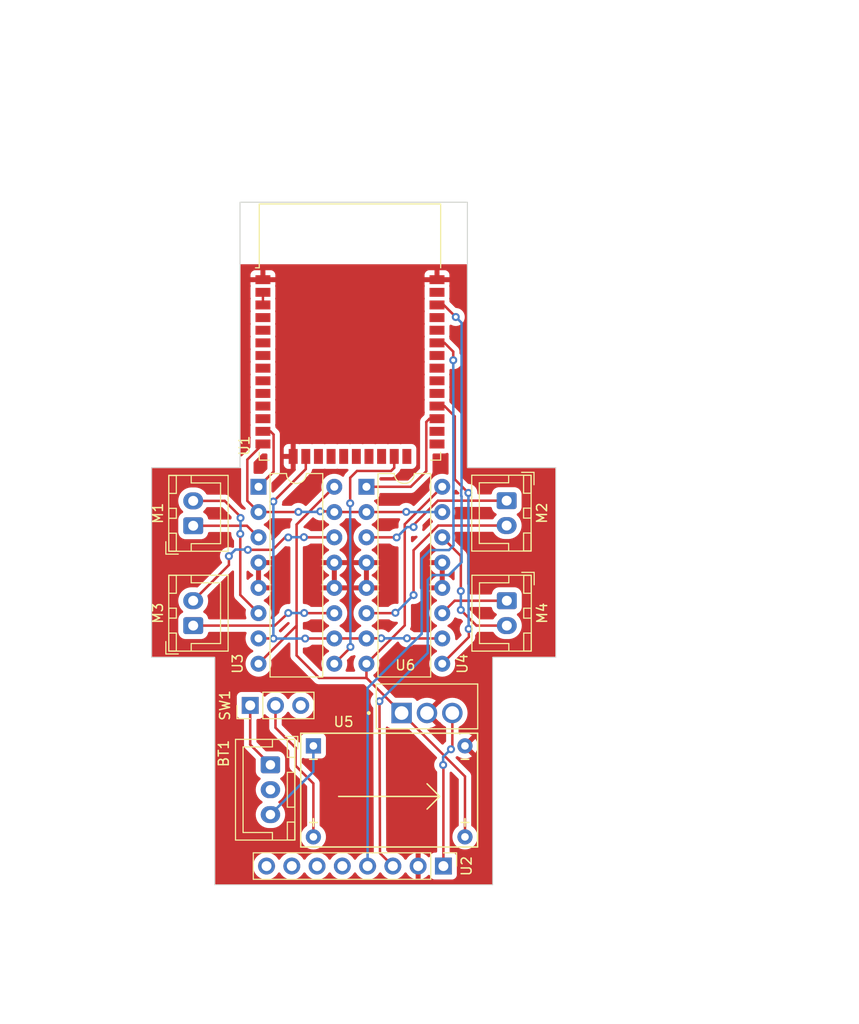
<source format=kicad_pcb>
(kicad_pcb (version 20221018) (generator pcbnew)
  (layers (0 "F.Cu" signal) (31 "B.Cu" signal) (34 "B.Paste" user) (35 "F.Paste" user) (36 "B.SilkS" user "B.Silkscreen") (37 "F.SilkS" user "F.Silkscreen") (38 "B.Mask" user) (39 "F.Mask" user) (44 "Edge.Cuts" user))
  (net 0 "")
  (net 1 "GND")
  (net 2 "+3V3")
  (net 12 "Net-(BT1-+)")
  (net 13 "Net-(M1-+)")
  (net 14 "Net-(M1--)")
  (net 21 "Net-(M2-+)")
  (net 25 "Net-(M2--)")
  (net 26 "Net-(M3-+)")
  (net 31 "Net-(M3--)")
  (net 34 "Net-(M4-+)")
  (net 36 "Net-(M4--)")
  (net 37 "EN1")
  (net 38 "+5V")
  (net 39 "M_HIGH")
  (net 40 "M_LOW")
  (net 41 "EN3")
  (net 42 "EN2")
  (net 43 "EN4")
  (net 44 "SDA")
  (net 45 "SCL")
  (net 50 "+3.3V")
  (net 51 "Net-(BT1--)")
  (net 52 "Net-(SW1-B)")
  (footprint "Connector_JST:JST_XH_B2B-XH-A_1x02_P2.50mm_Vertical" (layer "F.Cu") (at 158.904 104.81 -90)
    (fp_text reference "M4" (at 1.25 -3.55 90) (layer "F.SilkS"))
    (fp_text value "3-5V" hide)
    (fp_line (start -2.85 -2.75) (end -2.85 -1.5) (stroke (width 0.12)) (layer "F.SilkS"))
    (fp_line (start -2.56 -2.46) (end -2.56 3.51) (stroke (width 0.12)) (layer "F.SilkS"))
    (fp_line (start -2.56 3.51) (end 5.06 3.51) (stroke (width 0.12)) (layer "F.SilkS"))
    (fp_line (start -2.55 -2.45) (end -2.55 -1.7) (stroke (width 0.12)) (layer "F.SilkS"))
    (fp_line (start -2.55 -1.7) (end -0.75 -1.7) (stroke (width 0.12)) (layer "F.SilkS"))
    (fp_line (start -2.55 -0.2) (end -1.8 -0.2) (stroke (width 0.12)) (layer "F.SilkS"))
    (fp_line (start -1.8 -0.2) (end -1.8 2.75) (stroke (width 0.12)) (layer "F.SilkS"))
    (fp_line (start -1.8 2.75) (end 1.25 2.75) (stroke (width 0.12)) (layer "F.SilkS"))
    (fp_line (start -1.6 -2.75) (end -2.85 -2.75) (stroke (width 0.12)) (layer "F.SilkS"))
    (fp_line (start -0.75 -2.45) (end -2.55 -2.45) (stroke (width 0.12)) (layer "F.SilkS"))
    (fp_line (start -0.75 -1.7) (end -0.75 -2.45) (stroke (width 0.12)) (layer "F.SilkS"))
    (fp_line (start 0.75 -2.45) (end 0.75 -1.7) (stroke (width 0.12)) (layer "F.SilkS"))
    (fp_line (start 0.75 -1.7) (end 1.75 -1.7) (stroke (width 0.12)) (layer "F.SilkS"))
    (fp_line (start 1.75 -2.45) (end 0.75 -2.45) (stroke (width 0.12)) (layer "F.SilkS"))
    (fp_line (start 1.75 -1.7) (end 1.75 -2.45) (stroke (width 0.12)) (layer "F.SilkS"))
    (fp_line (start 3.25 -2.45) (end 3.25 -1.7) (stroke (width 0.12)) (layer "F.SilkS"))
    (fp_line (start 3.25 -1.7) (end 5.05 -1.7) (stroke (width 0.12)) (layer "F.SilkS"))
    (fp_line (start 4.3 -0.2) (end 4.3 2.75) (stroke (width 0.12)) (layer "F.SilkS"))
    (fp_line (start 4.3 2.75) (end 1.25 2.75) (stroke (width 0.12)) (layer "F.SilkS"))
    (fp_line (start 5.05 -2.45) (end 3.25 -2.45) (stroke (width 0.12)) (layer "F.SilkS"))
    (fp_line (start 5.05 -1.7) (end 5.05 -2.45) (stroke (width 0.12)) (layer "F.SilkS"))
    (fp_line (start 5.05 -0.2) (end 4.3 -0.2) (stroke (width 0.12)) (layer "F.SilkS"))
    (fp_line (start 5.06 -2.46) (end -2.56 -2.46) (stroke (width 0.12)) (layer "F.SilkS"))
    (fp_line (start 5.06 3.51) (end 5.06 -2.46) (stroke (width 0.12)) (layer "F.SilkS"))
    (pad "1" thru_hole roundrect (at 0 0 270) (size 1.7 2) (drill 1) (layers "*.Cu" "*.Mask") (roundrect_rratio 0.1470588235) (net 34 "Net-(M4-+)"))
    (pad "2" thru_hole oval (at 2.5 0 270) (size 1.7 2) (drill 1) (layers "*.Cu" "*.Mask") (net 36 "Net-(M4--)"))
  )
  (footprint "Transformer_THT:TO255P1020X450X2000-3" (layer "F.Cu") (at 150.876 115.4305)
    (fp_text reference "U6" (at -2.175 -4.135) (layer "F.SilkS"))
    (fp_text value "L7805")
    (fp_line (start -5.1 -2.25) (end 5.1 -2.25) (stroke (width 0.127)) (layer "F.SilkS"))
    (fp_line (start -5.1 2.25) (end -5.1 -2.25) (stroke (width 0.127)) (layer "F.SilkS"))
    (fp_line (start 5.1 -2.25) (end 5.1 2.25) (stroke (width 0.127)) (layer "F.SilkS"))
    (fp_line (start 5.1 2.25) (end -5.1 2.25) (stroke (width 0.127)) (layer "F.SilkS"))
    (fp_circle (center -5.85 0.6625) (end -5.75 0.6625) (stroke (width 0.2)) (fill none) (layer "F.SilkS"))
    (pad "1" thru_hole rect (at -2.55 0.6625) (size 2.055 2.055) (drill 1.37) (layers "*.Cu" "*.Mask") (net 38 "+5V"))
    (pad "2" thru_hole circle (at 0 0.6625) (size 2.055 2.055) (drill 1.37) (layers "*.Cu" "*.Mask") (net 1 "GND"))
    (pad "3" thru_hole circle (at 2.55 0.6625) (size 2.055 2.055) (drill 1.37) (layers "*.Cu" "*.Mask") (net 50 "+3.3V"))
  )
  (footprint "Package_DIP:DIP-16_W7.62mm" (layer "F.Cu") (at 144.79 93.36)
    (fp_text reference "U4" (at 9.652 17.78 90) (layer "F.SilkS"))
    (fp_text value "L293D")
    (fp_line (start 1.16 -1.33) (end 1.16 19.11) (stroke (width 0.12)) (layer "F.SilkS"))
    (fp_line (start 1.16 19.11) (end 6.46 19.11) (stroke (width 0.12)) (layer "F.SilkS"))
    (fp_line (start 2.81 -1.33) (end 1.16 -1.33) (stroke (width 0.12)) (layer "F.SilkS"))
    (fp_line (start 6.46 -1.33) (end 4.81 -1.33) (stroke (width 0.12)) (layer "F.SilkS"))
    (fp_line (start 6.46 19.11) (end 6.46 -1.33) (stroke (width 0.12)) (layer "F.SilkS"))
    (fp_arc (start 4.81 -1.33) (mid 3.81 -0.33) (end 2.81 -1.33) (stroke (width 0.12)) (layer "F.SilkS"))
    (pad "1" thru_hole rect (at 0 0) (size 1.6 1.6) (drill 0.8) (layers "*.Cu" "*.Mask") (net 42 "EN2"))
    (pad "2" thru_hole oval (at 0 2.54) (size 1.6 1.6) (drill 0.8) (layers "*.Cu" "*.Mask") (net 39 "M_HIGH"))
    (pad "3" thru_hole oval (at 0 5.08) (size 1.6 1.6) (drill 0.8) (layers "*.Cu" "*.Mask") (net 21 "Net-(M2-+)"))
    (pad "4" thru_hole oval (at 0 7.62) (size 1.6 1.6) (drill 0.8) (layers "*.Cu" "*.Mask") (net 1 "GND"))
    (pad "5" thru_hole oval (at 0 10.16) (size 1.6 1.6) (drill 0.8) (layers "*.Cu" "*.Mask") (net 1 "GND"))
    (pad "6" thru_hole oval (at 0 12.7) (size 1.6 1.6) (drill 0.8) (layers "*.Cu" "*.Mask") (net 25 "Net-(M2--)"))
    (pad "7" thru_hole oval (at 0 15.24) (size 1.6 1.6) (drill 0.8) (layers "*.Cu" "*.Mask") (net 40 "M_LOW"))
    (pad "8" thru_hole oval (at 0 17.78) (size 1.6 1.6) (drill 0.8) (layers "*.Cu" "*.Mask") (net 38 "+5V"))
    (pad "9" thru_hole oval (at 7.62 17.78) (size 1.6 1.6) (drill 0.8) (layers "*.Cu" "*.Mask") (net 43 "EN4"))
    (pad "10" thru_hole oval (at 7.62 15.24) (size 1.6 1.6) (drill 0.8) (layers "*.Cu" "*.Mask") (net 40 "M_LOW"))
    (pad "11" thru_hole oval (at 7.62 12.7) (size 1.6 1.6) (drill 0.8) (layers "*.Cu" "*.Mask") (net 34 "Net-(M4-+)"))
    (pad "12" thru_hole oval (at 7.62 10.16) (size 1.6 1.6) (drill 0.8) (layers "*.Cu" "*.Mask") (net 1 "GND"))
    (pad "13" thru_hole oval (at 7.62 7.62) (size 1.6 1.6) (drill 0.8) (layers "*.Cu" "*.Mask") (net 1 "GND"))
    (pad "14" thru_hole oval (at 7.62 5.08) (size 1.6 1.6) (drill 0.8) (layers "*.Cu" "*.Mask") (net 36 "Net-(M4--)"))
    (pad "15" thru_hole oval (at 7.62 2.54) (size 1.6 1.6) (drill 0.8) (layers "*.Cu" "*.Mask") (net 39 "M_HIGH"))
    (pad "16" thru_hole oval (at 7.62 0) (size 1.6 1.6) (drill 0.8) (layers "*.Cu" "*.Mask") (net 38 "+5V"))
  )
  (footprint "Connector_JST:JST_XH_B2B-XH-A_1x02_P2.50mm_Vertical" (layer "F.Cu") (at 158.887 94.757 -90)
    (fp_text reference "M2" (at 1.25 -3.55 90) (layer "F.SilkS"))
    (fp_text value "3-5V" hide)
    (fp_line (start -2.85 -2.75) (end -2.85 -1.5) (stroke (width 0.12)) (layer "F.SilkS"))
    (fp_line (start -2.56 -2.46) (end -2.56 3.51) (stroke (width 0.12)) (layer "F.SilkS"))
    (fp_line (start -2.56 3.51) (end 5.06 3.51) (stroke (width 0.12)) (layer "F.SilkS"))
    (fp_line (start -2.55 -2.45) (end -2.55 -1.7) (stroke (width 0.12)) (layer "F.SilkS"))
    (fp_line (start -2.55 -1.7) (end -0.75 -1.7) (stroke (width 0.12)) (layer "F.SilkS"))
    (fp_line (start -2.55 -0.2) (end -1.8 -0.2) (stroke (width 0.12)) (layer "F.SilkS"))
    (fp_line (start -1.8 -0.2) (end -1.8 2.75) (stroke (width 0.12)) (layer "F.SilkS"))
    (fp_line (start -1.8 2.75) (end 1.25 2.75) (stroke (width 0.12)) (layer "F.SilkS"))
    (fp_line (start -1.6 -2.75) (end -2.85 -2.75) (stroke (width 0.12)) (layer "F.SilkS"))
    (fp_line (start -0.75 -2.45) (end -2.55 -2.45) (stroke (width 0.12)) (layer "F.SilkS"))
    (fp_line (start -0.75 -1.7) (end -0.75 -2.45) (stroke (width 0.12)) (layer "F.SilkS"))
    (fp_line (start 0.75 -2.45) (end 0.75 -1.7) (stroke (width 0.12)) (layer "F.SilkS"))
    (fp_line (start 0.75 -1.7) (end 1.75 -1.7) (stroke (width 0.12)) (layer "F.SilkS"))
    (fp_line (start 1.75 -2.45) (end 0.75 -2.45) (stroke (width 0.12)) (layer "F.SilkS"))
    (fp_line (start 1.75 -1.7) (end 1.75 -2.45) (stroke (width 0.12)) (layer "F.SilkS"))
    (fp_line (start 3.25 -2.45) (end 3.25 -1.7) (stroke (width 0.12)) (layer "F.SilkS"))
    (fp_line (start 3.25 -1.7) (end 5.05 -1.7) (stroke (width 0.12)) (layer "F.SilkS"))
    (fp_line (start 4.3 -0.2) (end 4.3 2.75) (stroke (width 0.12)) (layer "F.SilkS"))
    (fp_line (start 4.3 2.75) (end 1.25 2.75) (stroke (width 0.12)) (layer "F.SilkS"))
    (fp_line (start 5.05 -2.45) (end 3.25 -2.45) (stroke (width 0.12)) (layer "F.SilkS"))
    (fp_line (start 5.05 -1.7) (end 5.05 -2.45) (stroke (width 0.12)) (layer "F.SilkS"))
    (fp_line (start 5.05 -0.2) (end 4.3 -0.2) (stroke (width 0.12)) (layer "F.SilkS"))
    (fp_line (start 5.06 -2.46) (end -2.56 -2.46) (stroke (width 0.12)) (layer "F.SilkS"))
    (fp_line (start 5.06 3.51) (end 5.06 -2.46) (stroke (width 0.12)) (layer "F.SilkS"))
    (pad "1" thru_hole roundrect (at 0 0 270) (size 1.7 2) (drill 1) (layers "*.Cu" "*.Mask") (roundrect_rratio 0.1470588235) (net 21 "Net-(M2-+)"))
    (pad "2" thru_hole oval (at 2.5 0 270) (size 1.7 2) (drill 1) (layers "*.Cu" "*.Mask") (net 25 "Net-(M2--)"))
  )
  (footprint "Connector_JST:JST_XH_B2B-XH-A_1x02_P2.50mm_Vertical" (layer "F.Cu") (at 127.374 107.31 90)
    (fp_text reference "M3" (at 1.25 -3.55 90) (layer "F.SilkS"))
    (fp_text value "3-5V" hide)
    (fp_line (start -2.85 -2.75) (end -2.85 -1.5) (stroke (width 0.12)) (layer "F.SilkS"))
    (fp_line (start -2.56 -2.46) (end -2.56 3.51) (stroke (width 0.12)) (layer "F.SilkS"))
    (fp_line (start -2.56 3.51) (end 5.06 3.51) (stroke (width 0.12)) (layer "F.SilkS"))
    (fp_line (start -2.55 -2.45) (end -2.55 -1.7) (stroke (width 0.12)) (layer "F.SilkS"))
    (fp_line (start -2.55 -1.7) (end -0.75 -1.7) (stroke (width 0.12)) (layer "F.SilkS"))
    (fp_line (start -2.55 -0.2) (end -1.8 -0.2) (stroke (width 0.12)) (layer "F.SilkS"))
    (fp_line (start -1.8 -0.2) (end -1.8 2.75) (stroke (width 0.12)) (layer "F.SilkS"))
    (fp_line (start -1.8 2.75) (end 1.25 2.75) (stroke (width 0.12)) (layer "F.SilkS"))
    (fp_line (start -1.6 -2.75) (end -2.85 -2.75) (stroke (width 0.12)) (layer "F.SilkS"))
    (fp_line (start -0.75 -2.45) (end -2.55 -2.45) (stroke (width 0.12)) (layer "F.SilkS"))
    (fp_line (start -0.75 -1.7) (end -0.75 -2.45) (stroke (width 0.12)) (layer "F.SilkS"))
    (fp_line (start 0.75 -2.45) (end 0.75 -1.7) (stroke (width 0.12)) (layer "F.SilkS"))
    (fp_line (start 0.75 -1.7) (end 1.75 -1.7) (stroke (width 0.12)) (layer "F.SilkS"))
    (fp_line (start 1.75 -2.45) (end 0.75 -2.45) (stroke (width 0.12)) (layer "F.SilkS"))
    (fp_line (start 1.75 -1.7) (end 1.75 -2.45) (stroke (width 0.12)) (layer "F.SilkS"))
    (fp_line (start 3.25 -2.45) (end 3.25 -1.7) (stroke (width 0.12)) (layer "F.SilkS"))
    (fp_line (start 3.25 -1.7) (end 5.05 -1.7) (stroke (width 0.12)) (layer "F.SilkS"))
    (fp_line (start 4.3 -0.2) (end 4.3 2.75) (stroke (width 0.12)) (layer "F.SilkS"))
    (fp_line (start 4.3 2.75) (end 1.25 2.75) (stroke (width 0.12)) (layer "F.SilkS"))
    (fp_line (start 5.05 -2.45) (end 3.25 -2.45) (stroke (width 0.12)) (layer "F.SilkS"))
    (fp_line (start 5.05 -1.7) (end 5.05 -2.45) (stroke (width 0.12)) (layer "F.SilkS"))
    (fp_line (start 5.05 -0.2) (end 4.3 -0.2) (stroke (width 0.12)) (layer "F.SilkS"))
    (fp_line (start 5.06 -2.46) (end -2.56 -2.46) (stroke (width 0.12)) (layer "F.SilkS"))
    (fp_line (start 5.06 3.51) (end 5.06 -2.46) (stroke (width 0.12)) (layer "F.SilkS"))
    (pad "1" thru_hole roundrect (at 0 0 90) (size 1.7 2) (drill 1) (layers "*.Cu" "*.Mask") (roundrect_rratio 0.1470588235) (net 26 "Net-(M3-+)"))
    (pad "2" thru_hole oval (at 2.5 0 90) (size 1.7 2) (drill 1) (layers "*.Cu" "*.Mask") (net 31 "Net-(M3--)"))
  )
  (footprint "Connector_JST:JST_XH_B3B-XH-A_1x03_P2.50mm_Vertical" (layer "F.Cu") (at 135.138 121.3 -90)
    (fp_text reference "BT1" (at -1.143 4.699 90) (layer "F.SilkS"))
    (fp_text value "7.4V")
    (fp_line (start -2.85 -2.75) (end -2.85 -1.5) (stroke (width 0.12)) (layer "F.SilkS"))
    (fp_line (start -2.56 -2.46) (end -2.56 3.51) (stroke (width 0.12)) (layer "F.SilkS"))
    (fp_line (start -2.56 3.51) (end 7.56 3.51) (stroke (width 0.12)) (layer "F.SilkS"))
    (fp_line (start -2.55 -2.45) (end -2.55 -1.7) (stroke (width 0.12)) (layer "F.SilkS"))
    (fp_line (start -2.55 -1.7) (end -0.75 -1.7) (stroke (width 0.12)) (layer "F.SilkS"))
    (fp_line (start -2.55 -0.2) (end -1.8 -0.2) (stroke (width 0.12)) (layer "F.SilkS"))
    (fp_line (start -1.8 -0.2) (end -1.8 2.75) (stroke (width 0.12)) (layer "F.SilkS"))
    (fp_line (start -1.8 2.75) (end 2.5 2.75) (stroke (width 0.12)) (layer "F.SilkS"))
    (fp_line (start -1.6 -2.75) (end -2.85 -2.75) (stroke (width 0.12)) (layer "F.SilkS"))
    (fp_line (start -0.75 -2.45) (end -2.55 -2.45) (stroke (width 0.12)) (layer "F.SilkS"))
    (fp_line (start -0.75 -1.7) (end -0.75 -2.45) (stroke (width 0.12)) (layer "F.SilkS"))
    (fp_line (start 0.75 -2.45) (end 0.75 -1.7) (stroke (width 0.12)) (layer "F.SilkS"))
    (fp_line (start 0.75 -1.7) (end 4.25 -1.7) (stroke (width 0.12)) (layer "F.SilkS"))
    (fp_line (start 4.25 -2.45) (end 0.75 -2.45) (stroke (width 0.12)) (layer "F.SilkS"))
    (fp_line (start 4.25 -1.7) (end 4.25 -2.45) (stroke (width 0.12)) (layer "F.SilkS"))
    (fp_line (start 5.75 -2.45) (end 5.75 -1.7) (stroke (width 0.12)) (layer "F.SilkS"))
    (fp_line (start 5.75 -1.7) (end 7.55 -1.7) (stroke (width 0.12)) (layer "F.SilkS"))
    (fp_line (start 6.8 -0.2) (end 6.8 2.75) (stroke (width 0.12)) (layer "F.SilkS"))
    (fp_line (start 6.8 2.75) (end 2.5 2.75) (stroke (width 0.12)) (layer "F.SilkS"))
    (fp_line (start 7.55 -2.45) (end 5.75 -2.45) (stroke (width 0.12)) (layer "F.SilkS"))
    (fp_line (start 7.55 -1.7) (end 7.55 -2.45) (stroke (width 0.12)) (layer "F.SilkS"))
    (fp_line (start 7.55 -0.2) (end 6.8 -0.2) (stroke (width 0.12)) (layer "F.SilkS"))
    (fp_line (start 7.56 -2.46) (end -2.56 -2.46) (stroke (width 0.12)) (layer "F.SilkS"))
    (fp_line (start 7.56 3.51) (end 7.56 -2.46) (stroke (width 0.12)) (layer "F.SilkS"))
    (pad "1" thru_hole roundrect (at 0 0 270) (size 1.7 1.95) (drill 0.95) (layers "*.Cu" "*.Mask") (roundrect_rratio 0.1470588235) (net 12 "Net-(BT1-+)"))
    (pad "2" thru_hole oval (at 2.5 0 270) (size 1.7 1.95) (drill 0.95) (layers "*.Cu" "*.Mask"))
    (pad "3" thru_hole oval (at 5 0 270) (size 1.7 1.95) (drill 0.95) (layers "*.Cu" "*.Mask") (net 51 "Net-(BT1--)"))
  )
  (footprint "Charles:Mini360_Module" (layer "F.Cu") (at 139.456 119.395)
    (fp_text reference "U5" (at 3.038 -2.413) (layer "F.SilkS"))
    (fp_text value "Mini360_Module")
    (fp_text user "-" (at 0 1.27) (layer "F.SilkS"))
    (fp_text user "-" (at 15.24 1.27) (layer "F.SilkS"))
    (fp_text user "+" (at 0 7.62) (layer "F.SilkS"))
    (fp_text user "+" (at 15.24 7.62) (layer "F.SilkS"))
    (fp_line (start -1.27 -1.27) (end -1.27 10.16) (stroke (width 0.15)) (layer "F.SilkS"))
    (fp_line (start -1.27 10.16) (end 16.51 10.16) (stroke (width 0.15)) (layer "F.SilkS"))
    (fp_line (start 2.54 5.08) (end 12.7 5.08) (stroke (width 0.15)) (layer "F.SilkS"))
    (fp_line (start 11.43 3.81) (end 12.7 5.08) (stroke (width 0.15)) (layer "F.SilkS"))
    (fp_line (start 12.7 5.08) (end 11.43 6.35) (stroke (width 0.15)) (layer "F.SilkS"))
    (fp_line (start 16.51 -1.27) (end -1.27 -1.27) (stroke (width 0.15)) (layer "F.SilkS"))
    (fp_line (start 16.51 10.16) (end 16.51 -1.27) (stroke (width 0.15)) (layer "F.SilkS"))
    (pad "1" thru_hole circle (at 0 9.144) (size 1.524 1.524) (drill 0.762) (layers "*.Cu" "*.Mask") (net 52 "Net-(SW1-B)"))
    (pad "2" thru_hole rect (at 0 0) (size 1.524 1.524) (drill 0.762) (layers "*.Cu" "*.Mask") (net 51 "Net-(BT1--)"))
    (pad "3" thru_hole circle (at 15.24 9.144) (size 1.524 1.524) (drill 0.762) (layers "*.Cu" "*.Mask") (net 38 "+5V"))
    (pad "4" thru_hole circle (at 15.24 0) (size 1.524 1.524) (drill 0.762) (layers "*.Cu" "*.Mask") (net 1 "GND"))
  )
  (footprint "Package_DIP:DIP-16_W7.62mm" (layer "F.Cu") (at 133.94 93.36)
    (fp_text reference "U3" (at -2.104 17.78 90) (layer "F.SilkS"))
    (fp_text value "L293D")
    (fp_line (start 1.16 -1.33) (end 1.16 19.11) (stroke (width 0.12)) (layer "F.SilkS"))
    (fp_line (start 1.16 19.11) (end 6.46 19.11) (stroke (width 0.12)) (layer "F.SilkS"))
    (fp_line (start 2.81 -1.33) (end 1.16 -1.33) (stroke (width 0.12)) (layer "F.SilkS"))
    (fp_line (start 6.46 -1.33) (end 4.81 -1.33) (stroke (width 0.12)) (layer "F.SilkS"))
    (fp_line (start 6.46 19.11) (end 6.46 -1.33) (stroke (width 0.12)) (layer "F.SilkS"))
    (fp_arc (start 4.81 -1.33) (mid 3.81 -0.33) (end 2.81 -1.33) (stroke (width 0.12)) (layer "F.SilkS"))
    (pad "1" thru_hole rect (at 0 0) (size 1.6 1.6) (drill 0.8) (layers "*.Cu" "*.Mask") (net 37 "EN1"))
    (pad "2" thru_hole oval (at 0 2.54) (size 1.6 1.6) (drill 0.8) (layers "*.Cu" "*.Mask") (net 39 "M_HIGH"))
    (pad "3" thru_hole oval (at 0 5.08) (size 1.6 1.6) (drill 0.8) (layers "*.Cu" "*.Mask") (net 13 "Net-(M1-+)"))
    (pad "4" thru_hole oval (at 0 7.62) (size 1.6 1.6) (drill 0.8) (layers "*.Cu" "*.Mask") (net 1 "GND"))
    (pad "5" thru_hole oval (at 0 10.16) (size 1.6 1.6) (drill 0.8) (layers "*.Cu" "*.Mask") (net 1 "GND"))
    (pad "6" thru_hole oval (at 0 12.7) (size 1.6 1.6) (drill 0.8) (layers "*.Cu" "*.Mask") (net 14 "Net-(M1--)"))
    (pad "7" thru_hole oval (at 0 15.24) (size 1.6 1.6) (drill 0.8) (layers "*.Cu" "*.Mask") (net 40 "M_LOW"))
    (pad "8" thru_hole oval (at 0 17.78) (size 1.6 1.6) (drill 0.8) (layers "*.Cu" "*.Mask") (net 38 "+5V"))
    (pad "9" thru_hole oval (at 7.62 17.78) (size 1.6 1.6) (drill 0.8) (layers "*.Cu" "*.Mask") (net 41 "EN3"))
    (pad "10" thru_hole oval (at 7.62 15.24) (size 1.6 1.6) (drill 0.8) (layers "*.Cu" "*.Mask") (net 40 "M_LOW"))
    (pad "11" thru_hole oval (at 7.62 12.7) (size 1.6 1.6) (drill 0.8) (layers "*.Cu" "*.Mask") (net 26 "Net-(M3-+)"))
    (pad "12" thru_hole oval (at 7.62 10.16) (size 1.6 1.6) (drill 0.8) (layers "*.Cu" "*.Mask") (net 1 "GND"))
    (pad "13" thru_hole oval (at 7.62 7.62) (size 1.6 1.6) (drill 0.8) (layers "*.Cu" "*.Mask") (net 1 "GND"))
    (pad "14" thru_hole oval (at 7.62 5.08) (size 1.6 1.6) (drill 0.8) (layers "*.Cu" "*.Mask") (net 31 "Net-(M3--)"))
    (pad "15" thru_hole oval (at 7.62 2.54) (size 1.6 1.6) (drill 0.8) (layers "*.Cu" "*.Mask") (net 39 "M_HIGH"))
    (pad "16" thru_hole oval (at 7.62 0) (size 1.6 1.6) (drill 0.8) (layers "*.Cu" "*.Mask") (net 38 "+5V"))
  )
  (footprint "Connector_JST:JST_XH_B2B-XH-A_1x02_P2.50mm_Vertical" (layer "F.Cu") (at 127.374 97.277 90)
    (fp_text reference "M1" (at 1.25 -3.55 90) (layer "F.SilkS"))
    (fp_text value "3-5V" hide)
    (fp_line (start -2.85 -2.75) (end -2.85 -1.5) (stroke (width 0.12)) (layer "F.SilkS"))
    (fp_line (start -2.56 -2.46) (end -2.56 3.51) (stroke (width 0.12)) (layer "F.SilkS"))
    (fp_line (start -2.56 3.51) (end 5.06 3.51) (stroke (width 0.12)) (layer "F.SilkS"))
    (fp_line (start -2.55 -2.45) (end -2.55 -1.7) (stroke (width 0.12)) (layer "F.SilkS"))
    (fp_line (start -2.55 -1.7) (end -0.75 -1.7) (stroke (width 0.12)) (layer "F.SilkS"))
    (fp_line (start -2.55 -0.2) (end -1.8 -0.2) (stroke (width 0.12)) (layer "F.SilkS"))
    (fp_line (start -1.8 -0.2) (end -1.8 2.75) (stroke (width 0.12)) (layer "F.SilkS"))
    (fp_line (start -1.8 2.75) (end 1.25 2.75) (stroke (width 0.12)) (layer "F.SilkS"))
    (fp_line (start -1.6 -2.75) (end -2.85 -2.75) (stroke (width 0.12)) (layer "F.SilkS"))
    (fp_line (start -0.75 -2.45) (end -2.55 -2.45) (stroke (width 0.12)) (layer "F.SilkS"))
    (fp_line (start -0.75 -1.7) (end -0.75 -2.45) (stroke (width 0.12)) (layer "F.SilkS"))
    (fp_line (start 0.75 -2.45) (end 0.75 -1.7) (stroke (width 0.12)) (layer "F.SilkS"))
    (fp_line (start 0.75 -1.7) (end 1.75 -1.7) (stroke (width 0.12)) (layer "F.SilkS"))
    (fp_line (start 1.75 -2.45) (end 0.75 -2.45) (stroke (width 0.12)) (layer "F.SilkS"))
    (fp_line (start 1.75 -1.7) (end 1.75 -2.45) (stroke (width 0.12)) (layer "F.SilkS"))
    (fp_line (start 3.25 -2.45) (end 3.25 -1.7) (stroke (width 0.12)) (layer "F.SilkS"))
    (fp_line (start 3.25 -1.7) (end 5.05 -1.7) (stroke (width 0.12)) (layer "F.SilkS"))
    (fp_line (start 4.3 -0.2) (end 4.3 2.75) (stroke (width 0.12)) (layer "F.SilkS"))
    (fp_line (start 4.3 2.75) (end 1.25 2.75) (stroke (width 0.12)) (layer "F.SilkS"))
    (fp_line (start 5.05 -2.45) (end 3.25 -2.45) (stroke (width 0.12)) (layer "F.SilkS"))
    (fp_line (start 5.05 -1.7) (end 5.05 -2.45) (stroke (width 0.12)) (layer "F.SilkS"))
    (fp_line (start 5.05 -0.2) (end 4.3 -0.2) (stroke (width 0.12)) (layer "F.SilkS"))
    (fp_line (start 5.06 -2.46) (end -2.56 -2.46) (stroke (width 0.12)) (layer "F.SilkS"))
    (fp_line (start 5.06 3.51) (end 5.06 -2.46) (stroke (width 0.12)) (layer "F.SilkS"))
    (pad "1" thru_hole roundrect (at 0 0 90) (size 1.7 2) (drill 1) (layers "*.Cu" "*.Mask") (roundrect_rratio 0.1470588235) (net 13 "Net-(M1-+)"))
    (pad "2" thru_hole oval (at 2.5 0 90) (size 1.7 2) (drill 1) (layers "*.Cu" "*.Mask") (net 14 "Net-(M1--)"))
  )
  (footprint "RF_Module:ESP32-WROOM-32" (layer "F.Cu") (at 143.134 80.802)
    (fp_text reference "U1" (at -10.61 8.43 90) (layer "F.SilkS"))
    (fp_text value "ESP32-WROOM-32")
    (fp_line (start -9.12 -15.86) (end -9.12 -9.445) (stroke (width 0.12)) (layer "F.SilkS"))
    (fp_line (start -9.12 -15.86) (end 9.12 -15.86) (stroke (width 0.12)) (layer "F.SilkS"))
    (fp_line (start -9.12 -9.445) (end -9.5 -9.445) (stroke (width 0.12)) (layer "F.SilkS"))
    (fp_line (start -9.12 9.1) (end -9.12 9.88) (stroke (width 0.12)) (layer "F.SilkS"))
    (fp_line (start -9.12 9.88) (end -8.12 9.88) (stroke (width 0.12)) (layer "F.SilkS"))
    (fp_line (start 9.12 -15.86) (end 9.12 -9.445) (stroke (width 0.12)) (layer "F.SilkS"))
    (fp_line (start 9.12 9.1) (end 9.12 9.88) (stroke (width 0.12)) (layer "F.SilkS"))
    (fp_line (start 9.12 9.88) (end 8.12 9.88) (stroke (width 0.12)) (layer "F.SilkS"))
    (pad "1" smd rect (at -8.75 -8.25) (size 1.5 0.9) (layers "F.Cu" "F.Paste" "F.Mask") (net 1 "GND"))
    (pad "2" smd rect (at -8.75 -6.98) (size 1.5 0.9) (layers "F.Cu" "F.Paste" "F.Mask") (net 2 "+3V3"))
    (pad "3" smd rect (at -8.75 -5.71) (size 1.5 0.9) (layers "F.Cu" "F.Paste" "F.Mask") (net 2 "+3V3"))
    (pad "4" smd rect (at -8.75 -4.44) (size 1.5 0.9) (layers "F.Cu" "F.Paste" "F.Mask"))
    (pad "5" smd rect (at -8.75 -3.17) (size 1.5 0.9) (layers "F.Cu" "F.Paste" "F.Mask"))
    (pad "6" smd rect (at -8.75 -1.9) (size 1.5 0.9) (layers "F.Cu" "F.Paste" "F.Mask"))
    (pad "7" smd rect (at -8.75 -0.63) (size 1.5 0.9) (layers "F.Cu" "F.Paste" "F.Mask"))
    (pad "8" smd rect (at -8.75 0.64) (size 1.5 0.9) (layers "F.Cu" "F.Paste" "F.Mask"))
    (pad "9" smd rect (at -8.75 1.91) (size 1.5 0.9) (layers "F.Cu" "F.Paste" "F.Mask"))
    (pad "10" smd rect (at -8.75 3.18) (size 1.5 0.9) (layers "F.Cu" "F.Paste" "F.Mask"))
    (pad "11" smd rect (at -8.75 4.45) (size 1.5 0.9) (layers "F.Cu" "F.Paste" "F.Mask"))
    (pad "12" smd rect (at -8.75 5.72) (size 1.5 0.9) (layers "F.Cu" "F.Paste" "F.Mask"))
    (pad "13" smd rect (at -8.75 6.99) (size 1.5 0.9) (layers "F.Cu" "F.Paste" "F.Mask") (net 37 "EN1"))
    (pad "14" smd rect (at -8.75 8.26) (size 1.5 0.9) (layers "F.Cu" "F.Paste" "F.Mask") (net 39 "M_HIGH"))
    (pad "15" smd rect (at -5.71 9.51 90) (size 1.5 0.9) (layers "F.Cu" "F.Paste" "F.Mask") (net 1 "GND"))
    (pad "16" smd rect (at -4.44 9.51 90) (size 1.5 0.9) (layers "F.Cu" "F.Paste" "F.Mask") (net 40 "M_LOW"))
    (pad "17" smd rect (at -3.17 9.51 90) (size 1.5 0.9) (layers "F.Cu" "F.Paste" "F.Mask"))
    (pad "18" smd rect (at -1.9 9.51 90) (size 1.5 0.9) (layers "F.Cu" "F.Paste" "F.Mask"))
    (pad "19" smd rect (at -0.63 9.51 90) (size 1.5 0.9) (layers "F.Cu" "F.Paste" "F.Mask"))
    (pad "20" smd rect (at 0.64 9.51 90) (size 1.5 0.9) (layers "F.Cu" "F.Paste" "F.Mask"))
    (pad "21" smd rect (at 1.91 9.51 90) (size 1.5 0.9) (layers "F.Cu" "F.Paste" "F.Mask"))
    (pad "22" smd rect (at 3.18 9.51 90) (size 1.5 0.9) (layers "F.Cu" "F.Paste" "F.Mask"))
    (pad "23" smd rect (at 4.45 9.51 90) (size 1.5 0.9) (layers "F.Cu" "F.Paste" "F.Mask") (net 41 "EN3"))
    (pad "24" smd rect (at 5.72 9.51 90) (size 1.5 0.9) (layers "F.Cu" "F.Paste" "F.Mask"))
    (pad "25" smd rect (at 8.75 8.26) (size 1.5 0.9) (layers "F.Cu" "F.Paste" "F.Mask"))
    (pad "26" smd rect (at 8.75 6.99) (size 1.5 0.9) (layers "F.Cu" "F.Paste" "F.Mask"))
    (pad "27" smd rect (at 8.75 5.72) (size 1.5 0.9) (layers "F.Cu" "F.Paste" "F.Mask") (net 42 "EN2"))
    (pad "28" smd rect (at 8.75 4.45) (size 1.5 0.9) (layers "F.Cu" "F.Paste" "F.Mask") (net 43 "EN4"))
    (pad "29" smd rect (at 8.75 3.18) (size 1.5 0.9) (layers "F.Cu" "F.Paste" "F.Mask"))
    (pad "30" smd rect (at 8.75 1.91) (size 1.5 0.9) (layers "F.Cu" "F.Paste" "F.Mask"))
    (pad "31" smd rect (at 8.75 0.64) (size 1.5 0.9) (layers "F.Cu" "F.Paste" "F.Mask"))
    (pad "32" smd rect (at 8.75 -0.63) (size 1.5 0.9) (layers "F.Cu" "F.Paste" "F.Mask"))
    (pad "33" smd rect (at 8.75 -1.9) (size 1.5 0.9) (layers "F.Cu" "F.Paste" "F.Mask") (net 44 "SDA"))
    (pad "34" smd rect (at 8.75 -3.17) (size 1.5 0.9) (layers "F.Cu" "F.Paste" "F.Mask"))
    (pad "35" smd rect (at 8.75 -4.44) (size 1.5 0.9) (layers "F.Cu" "F.Paste" "F.Mask"))
    (pad "36" smd rect (at 8.75 -5.71) (size 1.5 0.9) (layers "F.Cu" "F.Paste" "F.Mask") (net 45 "SCL"))
    (pad "37" smd rect (at 8.75 -6.98) (size 1.5 0.9) (layers "F.Cu" "F.Paste" "F.Mask"))
    (pad "38" smd rect (at 8.75 -8.25) (size 1.5 0.9) (layers "F.Cu" "F.Paste" "F.Mask") (net 1 "GND"))
    (zone (net 0) (net_name "") (layers "F.Cu" "In1.Cu" "B.Cu") (connect_pads (clearance 0)) (min_thickness 0.254)
      (keepout (tracks not_allowed) (vias not_allowed) (pads not_allowed) (copperpour not_allowed) (footprints not_allowed))
      (fill (thermal_gap 0.508) (thermal_bridge_width 0.508))
      (polygon (pts (xy 119.134 71.002) (xy 167.134 71.002) (xy 167.134 50.062) (xy 119.134 50.062)))
    )
  )
  (footprint "Connector_PinHeader_2.54mm:PinHeader_1x08_P2.54mm_Vertical" (layer "F.Cu") (at 152.527 131.4704 -90)
    (fp_text reference "U2" (at 0 -2.33 90) (layer "F.SilkS"))
    (fp_text value "MPU-6050" hide)
    (fp_line (start -1.33 -1.33) (end 0 -1.33) (stroke (width 0.12)) (layer "F.SilkS"))
    (fp_line (start -1.33 0) (end -1.33 -1.33) (stroke (width 0.12)) (layer "F.SilkS"))
    (fp_line (start -1.33 1.27) (end -1.33 19.11) (stroke (width 0.12)) (layer "F.SilkS"))
    (fp_line (start -1.33 1.27) (end 1.33 1.27) (stroke (width 0.12)) (layer "F.SilkS"))
    (fp_line (start -1.33 19.11) (end 1.33 19.11) (stroke (width 0.12)) (layer "F.SilkS"))
    (fp_line (start 1.33 1.27) (end 1.33 19.11) (stroke (width 0.12)) (layer "F.SilkS"))
    (pad "1" thru_hole rect (at 0 0 270) (size 1.7 1.7) (drill 1) (layers "*.Cu" "*.Mask") (net 50 "+3.3V"))
    (pad "2" thru_hole oval (at 0 2.54 270) (size 1.7 1.7) (drill 1) (layers "*.Cu" "*.Mask") (net 1 "GND"))
    (pad "3" thru_hole oval (at 0 5.08 270) (size 1.7 1.7) (drill 1) (layers "*.Cu" "*.Mask") (net 45 "SCL"))
    (pad "4" thru_hole oval (at 0 7.62 270) (size 1.7 1.7) (drill 1) (layers "*.Cu" "*.Mask") (net 44 "SDA"))
    (pad "5" thru_hole oval (at 0 10.16 270) (size 1.7 1.7) (drill 1) (layers "*.Cu" "*.Mask"))
    (pad "6" thru_hole oval (at 0 12.7 270) (size 1.7 1.7) (drill 1) (layers "*.Cu" "*.Mask"))
    (pad "7" thru_hole oval (at 0 15.24 270) (size 1.7 1.7) (drill 1) (layers "*.Cu" "*.Mask"))
    (pad "8" thru_hole oval (at 0 17.78 270) (size 1.7 1.7) (drill 1) (layers "*.Cu" "*.Mask"))
  )
  (footprint "Connector_PinHeader_2.54mm:PinHeader_1x03_P2.54mm_Vertical" (layer "F.Cu") (at 133.106 115.331 90)
    (fp_text reference "SW1" (at 0 -2.54 90) (layer "F.SilkS"))
    (fp_text value "~")
    (fp_line (start -1.33 -1.33) (end 0 -1.33) (stroke (width 0.12)) (layer "F.SilkS"))
    (fp_line (start -1.33 0) (end -1.33 -1.33) (stroke (width 0.12)) (layer "F.SilkS"))
    (fp_line (start -1.33 1.27) (end -1.33 6.41) (stroke (width 0.12)) (layer "F.SilkS"))
    (fp_line (start -1.33 1.27) (end 1.33 1.27) (stroke (width 0.12)) (layer "F.SilkS"))
    (fp_line (start -1.33 6.41) (end 1.33 6.41) (stroke (width 0.12)) (layer "F.SilkS"))
    (fp_line (start 1.33 1.27) (end 1.33 6.41) (stroke (width 0.12)) (layer "F.SilkS"))
    (pad "1" thru_hole rect (at 0 0 90) (size 1.7 1.7) (drill 1) (layers "*.Cu" "*.Mask") (net 12 "Net-(BT1-+)"))
    (pad "2" thru_hole oval (at 0 2.54 90) (size 1.7 1.7) (drill 1) (layers "*.Cu" "*.Mask") (net 52 "Net-(SW1-B)"))
    (pad "3" thru_hole oval (at 0 5.08 90) (size 1.7 1.7) (drill 1) (layers "*.Cu" "*.Mask"))
  )
  (gr_poly (pts (xy 132.08 91.44) (xy 123.19 91.44) (xy 123.19 110.49) (xy 129.54 110.49) (xy 129.54 133.35) (xy 157.48 133.35) (xy 157.48 110.49) (xy 163.83 110.49) (xy 163.83 91.44) (xy 154.94 91.44) (xy 154.94 64.77) (xy 132.08 64.77) (xy 132.08 68.58)) (stroke (width 0.1)) (fill none) (layer "Edge.Cuts"))
  (segment (start 135.134 72.552) (end 134.384 72.552) (width 0.25) (layer "F.Cu") (net 1))
  (segment (start 134.384 73.822) (end 134.384 75.092) (width 0.25) (layer "F.Cu") (net 2))
  (segment (start 133.106 115.331) (end 133.106 119.268) (width 0.25) (layer "F.Cu") (net 12))
  (segment (start 133.106 119.268) (end 135.138 121.3) (width 0.25) (layer "F.Cu") (net 12))
  (segment (start 127.374 97.277) (end 132.777 97.277) (width 0.25) (layer "F.Cu") (net 13))
  (segment (start 132.777 97.277) (end 133.94 98.44) (width 0.25) (layer "F.Cu") (net 13))
  (segment (start 130.5402 94.777) (end 132.1308 96.3676) (width 0.25) (layer "F.Cu") (net 14))
  (segment (start 132.1054 104.2254) (end 133.94 106.06) (width 0.25) (layer "F.Cu") (net 14))
  (segment (start 132.1308 96.3676) (end 132.1308 96.4946) (width 0.25) (layer "F.Cu") (net 14))
  (segment (start 127.374 94.777) (end 130.5402 94.777) (width 0.25) (layer "F.Cu") (net 14))
  (segment (start 132.1308 96.4946) (end 132.2578 96.4946) (width 0.25) (layer "F.Cu") (net 14))
  (segment (start 132.1054 98.0948) (end 132.1054 104.2254) (width 0.25) (layer "F.Cu") (net 14))
  (segment (start 132.2578 96.4946) (end 132.1816 96.4184) (width 0.25) (layer "F.Cu") (net 14))
  (via (at 132.1054 98.0948) (size 0.8) (drill 0.4) (layers "F.Cu" "B.Cu") (net 14))
  (via (at 132.1308 96.4946) (size 0.8) (drill 0.4) (layers "F.Cu" "B.Cu") (net 14))
  (segment (start 132.1308 97.9424) (end 132.1054 98.0948) (width 0.25) (layer "B.Cu") (net 14))
  (segment (start 132.1308 96.4946) (end 132.1308 97.9424) (width 0.25) (layer "B.Cu") (net 14))
  (segment (start 132.1054 98.0948) (end 132.1054 97.9678) (width 0.25) (layer "B.Cu") (net 14))
  (segment (start 147.8176 98.44) (end 144.79 98.44) (width 0.25) (layer "F.Cu") (net 21))
  (segment (start 151.969122 94.757) (end 149.5298 97.196322) (width 0.25) (layer "F.Cu") (net 21))
  (segment (start 149.5298 97.196322) (end 149.5298 97.409) (width 0.25) (layer "F.Cu") (net 21))
  (segment (start 149.5298 97.409) (end 149.5298 97.2058) (width 0.25) (layer "F.Cu") (net 21))
  (segment (start 147.828 98.4504) (end 147.8176 98.44) (width 0.25) (layer "F.Cu") (net 21))
  (segment (start 158.887 94.757) (end 151.969122 94.757) (width 0.25) (layer "F.Cu") (net 21))
  (via (at 149.5298 97.409) (size 0.8) (drill 0.4) (layers "F.Cu" "B.Cu") (net 21))
  (via (at 147.828 98.4504) (size 0.8) (drill 0.4) (layers "F.Cu" "B.Cu") (net 21))
  (segment (start 148.0162 98.44) (end 147.828 98.4504) (width 0.25) (layer "B.Cu") (net 21))
  (segment (start 147.828 98.4504) (end 148.0058 98.4504) (width 0.25) (layer "B.Cu") (net 21))
  (segment (start 149.5298 97.409) (end 148.8694 97.409) (width 0.25) (layer "B.Cu") (net 21))
  (segment (start 148.8694 97.409) (end 147.828 98.4504) (width 0.25) (layer "B.Cu") (net 21))
  (segment (start 147.6606 106.06) (end 144.79 106.06) (width 0.25) (layer "F.Cu") (net 25))
  (segment (start 152.009122 97.257) (end 149.5298 99.736322) (width 0.25) (layer "F.Cu") (net 25))
  (segment (start 149.5298 104.2416) (end 149.5298 104.2162) (width 0.25) (layer "F.Cu") (net 25))
  (segment (start 149.5298 99.736322) (end 149.5298 104.2416) (width 0.25) (layer "F.Cu") (net 25))
  (segment (start 147.701 106.0196) (end 147.6606 106.06) (width 0.25) (layer "F.Cu") (net 25))
  (segment (start 158.887 97.257) (end 152.009122 97.257) (width 0.25) (layer "F.Cu") (net 25))
  (via (at 147.701 106.0196) (size 0.8) (drill 0.4) (layers "F.Cu" "B.Cu") (net 25))
  (via (at 149.5298 104.2416) (size 0.8) (drill 0.4) (layers "F.Cu" "B.Cu") (net 25))
  (segment (start 147.701 106.0704) (end 147.7114 106.06) (width 0.25) (layer "B.Cu") (net 25))
  (segment (start 149.5298 104.2416) (end 147.7518 106.0196) (width 0.25) (layer "B.Cu") (net 25))
  (segment (start 147.701 106.0196) (end 147.701 106.0704) (width 0.25) (layer "B.Cu") (net 25))
  (segment (start 147.7518 106.0196) (end 147.701 106.0196) (width 0.25) (layer "B.Cu") (net 25))
  (segment (start 135.5648 107.31) (end 136.9314 106.045) (width 0.25) (layer "F.Cu") (net 26))
  (segment (start 138.5316 106.045) (end 138.5466 106.06) (width 0.25) (layer "F.Cu") (net 26))
  (segment (start 136.9314 106.045) (end 136.8044 106.0704) (width 0.25) (layer "F.Cu") (net 26))
  (segment (start 127.374 107.31) (end 135.5648 107.31) (width 0.25) (layer "F.Cu") (net 26))
  (segment (start 138.5466 106.06) (end 141.56 106.06) (width 0.25) (layer "F.Cu") (net 26))
  (via (at 136.9314 106.045) (size 0.8) (drill 0.4) (layers "F.Cu" "B.Cu") (net 26))
  (via (at 138.5316 106.045) (size 0.8) (drill 0.4) (layers "F.Cu" "B.Cu") (net 26))
  (segment (start 136.9314 106.045) (end 138.5316 106.045) (width 0.25) (layer "B.Cu") (net 26))
  (segment (start 138.5316 106.045) (end 138.3284 106.045) (width 0.25) (layer "B.Cu") (net 26))
  (segment (start 136.6012 98.4504) (end 136.9314 98.4504) (width 0.25) (layer "F.Cu") (net 31))
  (segment (start 135.3566 99.695) (end 132.8674 99.695) (width 0.25) (layer "F.Cu") (net 31))
  (segment (start 130.9624 100.33) (end 130.9624 100.4316) (width 0.25) (layer "F.Cu") (net 31))
  (segment (start 138.5062 98.425) (end 138.5212 98.44) (width 0.25) (layer "F.Cu") (net 31))
  (segment (start 127.374 104.81) (end 130.9624 101.2216) (width 0.25) (layer "F.Cu") (net 31))
  (segment (start 135.3566 99.695) (end 136.6012 98.4504) (width 0.25) (layer "F.Cu") (net 31))
  (segment (start 138.5212 98.44) (end 141.56 98.44) (width 0.25) (layer "F.Cu") (net 31))
  (segment (start 130.9624 101.2216) (end 130.9624 100.33) (width 0.25) (layer "F.Cu") (net 31))
  (via (at 132.8674 99.695) (size 0.8) (drill 0.4) (layers "F.Cu" "B.Cu") (net 31))
  (via (at 138.5062 98.425) (size 0.8) (drill 0.4) (layers "F.Cu" "B.Cu") (net 31))
  (via (at 130.9624 100.33) (size 0.8) (drill 0.4) (layers "F.Cu" "B.Cu") (net 31))
  (via (at 136.9314 98.4504) (size 0.8) (drill 0.4) (layers "F.Cu" "B.Cu") (net 31))
  (segment (start 136.9314 98.4504) (end 136.9568 98.425) (width 0.25) (layer "B.Cu") (net 31))
  (segment (start 132.8674 99.695) (end 132.8166 99.6696) (width 0.25) (layer "B.Cu") (net 31))
  (segment (start 131.6228 99.6696) (end 132.7658 99.6696) (width 0.25) (layer "B.Cu") (net 31))
  (segment (start 130.9624 100.33) (end 131.6228 99.6696) (width 0.25) (layer "B.Cu") (net 31))
  (segment (start 132.7658 99.6696) (end 132.8674 99.695) (width 0.25) (layer "B.Cu") (net 31))
  (segment (start 138.3538 98.4504) (end 138.3284 98.4504) (width 0.25) (layer "B.Cu") (net 31))
  (segment (start 136.9568 98.425) (end 138.5062 98.425) (width 0.25) (layer "B.Cu") (net 31))
  (segment (start 132.8166 99.6696) (end 132.7912 99.6696) (width 0.25) (layer "B.Cu") (net 31))
  (segment (start 138.5062 98.425) (end 138.3538 98.4504) (width 0.25) (layer "B.Cu") (net 31))
  (segment (start 158.904 104.81) (end 153.66 104.81) (width 0.25) (layer "F.Cu") (net 34))
  (segment (start 153.66 104.81) (end 152.41 106.06) (width 0.25) (layer "F.Cu") (net 34))
  (segment (start 154.2796 105.7402) (end 154.305 105.7656) (width 0.25) (layer "F.Cu") (net 36))
  (segment (start 155.8494 107.31) (end 158.904 107.31) (width 0.25) (layer "F.Cu") (net 36))
  (segment (start 154.2796 103.8352) (end 154.2796 100.3096) (width 0.25) (layer "F.Cu") (net 36))
  (segment (start 154.2796 105.7402) (end 155.8494 107.31) (width 0.25) (layer "F.Cu") (net 36))
  (segment (start 154.2796 100.3096) (end 152.41 98.44) (width 0.25) (layer "F.Cu") (net 36))
  (via (at 154.2796 103.8352) (size 0.8) (drill 0.4) (layers "F.Cu" "B.Cu") (net 36))
  (via (at 154.2796 105.7402) (size 0.8) (drill 0.4) (layers "F.Cu" "B.Cu") (net 36))
  (segment (start 154.2796 103.8352) (end 154.2796 104.1654) (width 0.25) (layer "B.Cu") (net 36))
  (segment (start 154.2796 105.7402) (end 154.2796 103.8352) (width 0.25) (layer "B.Cu") (net 36))
  (segment (start 135.134 87.792) (end 134.384 87.792) (width 0.25) (layer "F.Cu") (net 37))
  (segment (start 135.459 91.841) (end 135.459 88.117) (width 0.25) (layer "F.Cu") (net 37))
  (segment (start 133.94 93.36) (end 135.459 91.841) (width 0.25) (layer "F.Cu") (net 37))
  (segment (start 135.459 88.117) (end 135.134 87.792) (width 0.25) (layer "F.Cu") (net 37))
  (segment (start 137.7696 107.3104) (end 133.94 111.14) (width 0.25) (layer "F.Cu") (net 38))
  (segment (start 154.696 122.463) (end 148.326 116.093) (width 0.25) (layer "F.Cu") (net 38))
  (segment (start 152.41 93.36) (end 148.6408 97.1292) (width 0.25) (layer "F.Cu") (net 38))
  (segment (start 144.79 111.14) (end 144.79 112.557) (width 0.25) (layer "F.Cu") (net 38))
  (segment (start 137.7696 97.1504) (end 137.7696 107.3104) (width 0.25) (layer "F.Cu") (net 38))
  (segment (start 148.6408 107.2892) (end 144.79 111.14) (width 0.25) (layer "F.Cu") (net 38))
  (segment (start 137.7696 107.3104) (end 137.7696 110.3122) (width 0.25) (layer "F.Cu") (net 38))
  (segment (start 154.696 128.539) (end 154.696 122.463) (width 0.25) (layer "F.Cu") (net 38))
  (segment (start 140.0302 112.5728) (end 144.7742 112.5728) (width 0.25) (layer "F.Cu") (net 38))
  (segment (start 141.56 93.36) (end 137.7696 97.1504) (width 0.25) (layer "F.Cu") (net 38))
  (segment (start 148.6408 97.1292) (end 148.6408 107.2892) (width 0.25) (layer "F.Cu") (net 38))
  (segment (start 144.7742 112.5728) (end 144.79 112.557) (width 0.25) (layer "F.Cu") (net 38))
  (segment (start 144.79 112.557) (end 148.326 116.093) (width 0.25) (layer "F.Cu") (net 38))
  (segment (start 137.7696 110.3122) (end 140.0302 112.5728) (width 0.25) (layer "F.Cu") (net 38))
  (segment (start 148.8082 95.9) (end 148.9052 95.9) (width 0.25) (layer "F.Cu") (net 39))
  (segment (start 144.79 95.9) (end 148.7782 95.9) (width 0.25) (layer "F.Cu") (net 39))
  (segment (start 132.815 90.631) (end 134.384 89.062) (width 0.25) (layer "F.Cu") (net 39))
  (segment (start 137.9624 95.9) (end 138.1102 95.9) (width 0.25) (layer "F.Cu") (net 39))
  (segment (start 148.9052 95.9) (end 148.9202 95.885) (width 0.25) (layer "F.Cu") (net 39))
  (segment (start 133.94 95.9) (end 137.9324 95.9) (width 0.25) (layer "F.Cu") (net 39))
  (segment (start 137.9474 95.885) (end 137.9624 95.9) (width 0.25) (layer "F.Cu") (net 39))
  (segment (start 141.56 95.9) (end 144.79 95.9) (width 0.25) (layer "F.Cu") (net 39))
  (segment (start 133.94 95.9) (end 132.815 94.775) (width 0.25) (layer "F.Cu") (net 39))
  (segment (start 137.9324 95.9) (end 137.9474 95.885) (width 0.25) (layer "F.Cu") (net 39))
  (segment (start 138.1102 95.9) (end 138.1252 95.885) (width 0.25) (layer "F.Cu") (net 39))
  (segment (start 140.1572 95.8342) (end 141.4942 95.8342) (width 0.25) (layer "F.Cu") (net 39))
  (segment (start 148.7782 95.9) (end 148.7932 95.885) (width 0.25) (layer "F.Cu") (net 39))
  (segment (start 148.7932 95.885) (end 148.8082 95.9) (width 0.25) (layer "F.Cu") (net 39))
  (segment (start 141.4942 95.8342) (end 141.56 95.9) (width 0.25) (layer "F.Cu") (net 39))
  (segment (start 132.815 94.775) (end 132.815 90.631) (width 0.25) (layer "F.Cu") (net 39))
  (via (at 137.9474 95.885) (size 0.8) (drill 0.4) (layers "F.Cu" "B.Cu") (net 39))
  (via (at 140.1572 95.8342) (size 0.8) (drill 0.4) (layers "F.Cu" "B.Cu") (net 39))
  (via (at 148.7932 95.885) (size 0.8) (drill 0.4) (layers "F.Cu" "B.Cu") (net 39))
  (segment (start 137.9474 95.885) (end 139.6238 95.885) (width 0.25) (layer "B.Cu") (net 39))
  (segment (start 148.8082 95.9) (end 152.41 95.9) (width 0.25) (layer "B.Cu") (net 39))
  (segment (start 137.9474 95.885) (end 137.9624 95.9) (width 0.25) (layer "B.Cu") (net 39))
  (segment (start 139.6238 95.885) (end 140.1572 95.8342) (width 0.25) (layer "B.Cu") (net 39))
  (segment (start 148.7932 95.885) (end 148.8082 95.9) (width 0.25) (layer "B.Cu") (net 39))
  (segment (start 140.1572 95.8342) (end 139.7254 95.885) (width 0.25) (layer "B.Cu") (net 39))
  (segment (start 135.4328 94.8436) (end 138.694 91.5824) (width 0.25) (layer "F.Cu") (net 40))
  (segment (start 135.4328 108.6104) (end 135.255 108.585) (width 0.25) (layer "F.Cu") (net 40))
  (segment (start 146.2786 108.585) (end 144.805 108.585) (width 0.25) (layer "F.Cu") (net 40))
  (segment (start 141.56 108.6) (end 144.79 108.6) (width 0.25) (layer "F.Cu") (net 40))
  (segment (start 148.8694 108.585) (end 148.8544 108.6) (width 0.25) (layer "F.Cu") (net 40))
  (segment (start 152.41 108.6) (end 148.8844 108.6) (width 0.25) (layer "F.Cu") (net 40))
  (segment (start 133.94 108.6) (end 135.24 108.6) (width 0.25) (layer "F.Cu") (net 40))
  (segment (start 148.8844 108.6) (end 148.8694 108.585) (width 0.25) (layer "F.Cu") (net 40))
  (segment (start 138.6332 108.6104) (end 138.6228 108.6) (width 0.25) (layer "F.Cu") (net 40))
  (segment (start 144.805 108.585) (end 144.79 108.6) (width 0.25) (layer "F.Cu") (net 40))
  (segment (start 135.24 108.6) (end 135.4328 108.6104) (width 0.25) (layer "F.Cu") (net 40))
  (segment (start 148.8544 108.6) (end 148.7932 108.6) (width 0.25) (layer "F.Cu") (net 40))
  (segment (start 138.6436 108.6) (end 138.6332 108.6104) (width 0.25) (layer "F.Cu") (net 40))
  (segment (start 138.4658 108.6) (end 138.4554 108.6104) (width 0.25) (layer "F.Cu") (net 40))
  (segment (start 138.6228 108.6) (end 138.4658 108.6) (width 0.25) (layer "F.Cu") (net 40))
  (segment (start 138.694 91.5824) (end 138.694 90.312) (width 0.25) (layer "F.Cu") (net 40))
  (segment (start 141.56 108.6) (end 138.6436 108.6) (width 0.25) (layer "F.Cu") (net 40))
  (via (at 135.4328 94.8436) (size 0.8) (drill 0.4) (layers "F.Cu" "B.Cu") (net 40))
  (via (at 148.8694 108.585) (size 0.8) (drill 0.4) (layers "F.Cu" "B.Cu") (net 40))
  (via (at 138.6332 108.6104) (size 0.8) (drill 0.4) (layers "F.Cu" "B.Cu") (net 40))
  (via (at 146.2786 108.585) (size 0.8) (drill 0.4) (layers "F.Cu" "B.Cu") (net 40))
  (via (at 135.4328 108.6104) (size 0.8) (drill 0.4) (layers "F.Cu" "B.Cu") (net 40))
  (segment (start 135.4328 108.6104) (end 135.4328 94.8436) (width 0.25) (layer "B.Cu") (net 40))
  (segment (start 146.2786 108.585) (end 146.5072 108.585) (width 0.25) (layer "B.Cu") (net 40))
  (segment (start 148.8694 108.585) (end 146.2786 108.585) (width 0.25) (layer "B.Cu") (net 40))
  (segment (start 135.4328 94.8436) (end 135.4328 95.0722) (width 0.25) (layer "B.Cu") (net 40))
  (segment (start 135.4328 108.6104) (end 138.6332 108.6104) (width 0.25) (layer "B.Cu") (net 40))
  (segment (start 143.1544 92.456) (end 143.8402 91.7702) (width 0.25) (layer "F.Cu") (net 41))
  (segment (start 141.56 111.14) (end 143.1798 109.5202) (width 0.25) (layer "F.Cu") (net 41))
  (segment (start 143.1798 109.5202) (end 143.1798 109.4486) (width 0.25) (layer "F.Cu") (net 41))
  (segment (start 147.584 91.4554) (end 147.584 90.312) (width 0.25) (layer "F.Cu") (net 41))
  (segment (start 143.1544 95.0214) (end 143.1544 92.456) (width 0.25) (layer "F.Cu") (net 41))
  (segment (start 143.2514 109.4486) (end 143.2814 109.4186) (width 0.25) (layer "F.Cu") (net 41))
  (segment (start 143.8402 91.7702) (end 147.2692 91.7702) (width 0.25) (layer "F.Cu") (net 41))
  (segment (start 143.2814 109.4186) (end 143.2814 109.3724) (width 0.25) (layer "F.Cu") (net 41))
  (segment (start 143.1798 109.4486) (end 143.2514 109.4486) (width 0.25) (layer "F.Cu") (net 41))
  (segment (start 147.2692 91.7702) (end 147.584 91.4554) (width 0.25) (layer "F.Cu") (net 41))
  (via (at 143.1544 95.0214) (size 0.8) (drill 0.4) (layers "F.Cu" "B.Cu") (net 41))
  (via (at 143.1798 109.4486) (size 0.8) (drill 0.4) (layers "F.Cu" "B.Cu") (net 41))
  (segment (start 143.1798 109.4486) (end 143.1544 95.0214) (width 0.25) (layer "B.Cu") (net 41))
  (segment (start 143.1544 95.0214) (end 143.1798 95.2246) (width 0.25) (layer "B.Cu") (net 41))
  (segment (start 150.809 91.79662) (end 150.809 86.847) (width 0.25) (layer "F.Cu") (net 42))
  (segment (start 150.809 86.847) (end 151.134 86.522) (width 0.25) (layer "F.Cu") (net 42))
  (segment (start 149.24562 93.36) (end 150.809 91.79662) (width 0.25) (layer "F.Cu") (net 42))
  (segment (start 151.134 86.522) (end 151.884 86.522) (width 0.25) (layer "F.Cu") (net 42))
  (segment (start 144.79 93.36) (end 149.24562 93.36) (width 0.25) (layer "F.Cu") (net 42))
  (segment (start 155.0924 108.4576) (end 155.067 107.6452) (width 0.25) (layer "F.Cu") (net 43))
  (segment (start 152.41 111.14) (end 155.0924 108.4576) (width 0.25) (layer "F.Cu") (net 43))
  (segment (start 153.67 86.288) (end 152.634 85.252) (width 0.25) (layer "F.Cu") (net 43))
  (segment (start 155.067 107.6452) (end 155.0924 107.823) (width 0.25) (layer "F.Cu") (net 43))
  (segment (start 152.634 85.252) (end 151.884 85.252) (width 0.25) (layer "F.Cu") (net 43))
  (segment (start 155.0416 93.98) (end 153.67 92.6084) (width 0.25) (layer "F.Cu") (net 43))
  (segment (start 153.67 92.6084) (end 153.67 86.288) (width 0.25) (layer "F.Cu") (net 43))
  (via (at 155.0416 93.98) (size 0.8) (drill 0.4) (layers "F.Cu" "B.Cu") (net 43))
  (via (at 155.067 107.6452) (size 0.8) (drill 0.4) (layers "F.Cu" "B.Cu") (net 43))
  (segment (start 155.0416 93.98) (end 155.067 94.3102) (width 0.25) (layer "B.Cu") (net 43))
  (segment (start 155.067 107.6452) (end 155.0416 93.98) (width 0.25) (layer "B.Cu") (net 43))
  (segment (start 153.5176 80.645) (end 153.5176 79.7856) (width 0.25) (layer "F.Cu") (net 44))
  (segment (start 152.634 78.902) (end 151.884 78.902) (width 0.25) (layer "F.Cu") (net 44))
  (segment (start 153.5176 79.7856) (end 152.634 78.902) (width 0.25) (layer "F.Cu") (net 44))
  (via (at 153.5176 80.645) (size 0.8) (drill 0.4) (layers "F.Cu" "B.Cu") (net 44))
  (segment (start 153.0858 99.7204) (end 153.543 99.2632) (width 0.25) (layer "B.Cu") (net 44))
  (segment (start 150.3426 100.584) (end 151.2062 99.7204) (width 0.25) (layer "B.Cu") (net 44))
  (segment (start 153.543 99.2632) (end 153.5176 80.645) (width 0.25) (layer "B.Cu") (net 44))
  (segment (start 150.3426 108.137105) (end 150.3426 100.584) (width 0.25) (layer "B.Cu") (net 44))
  (segment (start 144.907 131.4704) (end 144.907 113.572705) (width 0.25) (layer "B.Cu") (net 44))
  (segment (start 144.907 113.572705) (end 150.3426 108.137105) (width 0.25) (layer "B.Cu") (net 44))
  (segment (start 151.2062 99.7204) (end 153.0858 99.7204) (width 0.25) (layer "B.Cu") (net 44))
  (segment (start 153.5176 80.645) (end 153.543 80.7974) (width 0.25) (layer "B.Cu") (net 44))
  (segment (start 152.562 75.092) (end 151.884 75.092) (width 0.25) (layer "F.Cu") (net 45))
  (segment (start 146.1516 130.175) (end 146.1008 114.9096) (width 0.25) (layer "F.Cu") (net 45))
  (segment (start 147.447 131.4704) (end 146.1516 130.175) (width 0.25) (layer "F.Cu") (net 45))
  (segment (start 146.1008 114.9096) (end 146.1516 115.1128) (width 0.25) (layer "F.Cu") (net 45))
  (segment (start 153.7716 76.3016) (end 152.562 75.092) (width 0.25) (layer "F.Cu") (net 45))
  (via (at 153.7716 76.3016) (size 0.8) (drill 0.4) (layers "F.Cu" "B.Cu") (net 45))
  (via (at 146.1008 114.9096) (size 0.8) (drill 0.4) (layers "F.Cu" "B.Cu") (net 45))
  (segment (start 154.3558 76.8858) (end 153.7716 76.3016) (width 0.25) (layer "B.Cu") (net 45))
  (segment (start 154.3558 100.9396) (end 154.3558 94.319505) (width 0.25) (layer "B.Cu") (net 45))
  (segment (start 151.4348 102.235) (end 153.0604 102.235) (width 0.25) (layer "B.Cu") (net 45))
  (segment (start 154.3166 93.679695) (end 154.3558 93.640495) (width 0.25) (layer "B.Cu") (net 45))
  (segment (start 154.3558 93.640495) (end 154.3558 76.8858) (width 0.25) (layer "B.Cu") (net 45))
  (segment (start 154.3166 94.280305) (end 154.3166 93.679695) (width 0.25) (layer "B.Cu") (net 45))
  (segment (start 154.3558 94.319505) (end 154.3166 94.280305) (width 0.25) (layer "B.Cu") (net 45))
  (segment (start 150.9522 102.7176) (end 151.4348 102.235) (width 0.25) (layer "B.Cu") (net 45))
  (segment (start 150.9522 110.0582) (end 150.9522 102.7176) (width 0.25) (layer "B.Cu") (net 45))
  (segment (start 153.0604 102.235) (end 154.3558 100.9396) (width 0.25) (layer "B.Cu") (net 45))
  (segment (start 146.1008 114.9096) (end 150.9522 110.0582) (width 0.25) (layer "B.Cu") (net 45))
  (segment (start 153.7716 76.3016) (end 153.7716 76.454) (width 0.25) (layer "B.Cu") (net 45))
  (segment (start 152.5016 121.285) (end 152.5016 121.285) (width 0.25) (layer "F.Cu") (net 50))
  (segment (start 152.5016 121.3104) (end 152.5016 121.285) (width 0.25) (layer "F.Cu") (net 50))
  (segment (start 152.527 121.3104) (end 152.5016 121.3104) (width 0.25) (layer "F.Cu") (net 50))
  (segment (start 152.527 131.4704) (end 152.527 121.3104) (width 0.25) (layer "F.Cu") (net 50))
  (segment (start 152.527 121.3104) (end 152.527 121.3104) (width 0.25) (layer "F.Cu") (net 50))
  (segment (start 153.426 119.5986) (end 153.426 116.093) (width 0.25) (layer "F.Cu") (net 50))
  (segment (start 153.289 119.7356) (end 153.426 119.5986) (width 0.25) (layer "F.Cu") (net 50))
  (via (at 153.289 119.7356) (size 0.8) (drill 0.4) (layers "F.Cu" "B.Cu") (net 50))
  (via (at 152.5016 121.3104) (size 0.8) (drill 0.4) (layers "F.Cu" "B.Cu") (net 50))
  (segment (start 153.289 119.7356) (end 153.289 119.7102) (width 0.25) (layer "B.Cu") (net 50))
  (segment (start 152.5016 121.3104) (end 152.5016 120.4976) (width 0.25) (layer "B.Cu") (net 50))
  (segment (start 152.5016 120.4976) (end 153.2636 119.7356) (width 0.25) (layer "B.Cu") (net 50))
  (segment (start 153.289 119.7102) (end 153.416 119.5832) (width 0.25) (layer "B.Cu") (net 50))
  (segment (start 153.2636 119.7356) (end 153.289 119.7356) (width 0.25) (layer "B.Cu") (net 50))
  (segment (start 135.138 126.3) (end 139.456 121.982) (width 0.25) (layer "B.Cu") (net 51))
  (segment (start 139.456 121.982) (end 139.456 119.395) (width 0.25) (layer "B.Cu") (net 51))
  (segment (start 137.668 121.3866) (end 139.456 123.1746) (width 0.25) (layer "F.Cu") (net 52))
  (segment (start 135.646 117.56862) (end 137.668 119.59062) (width 0.25) (layer "F.Cu") (net 52))
  (segment (start 135.646 115.331) (end 135.646 117.56862) (width 0.25) (layer "F.Cu") (net 52))
  (segment (start 139.456 123.1746) (end 139.456 128.539) (width 0.25) (layer "F.Cu") (net 52))
  (segment (start 137.668 119.59062) (end 137.668 121.3866) (width 0.25) (layer "F.Cu") (net 52))
  (zone (net 1) (net_name "GND") (layer "F.Cu") (connect_pads (clearance 0.5)) (min_thickness 0.25) (fill yes (thermal_gap 0.5) (thermal_bridge_width 0.5) (island_removal_mode 1) (island_area_min 10))
    (polygon (pts (xy 194.31 90.17) (xy 171.45 45.72) (xy 109.22 44.45) (xy 107.95 101.6) (xy 119.38 147.32) (xy 172.72 144.78)))
  )
)
</source>
